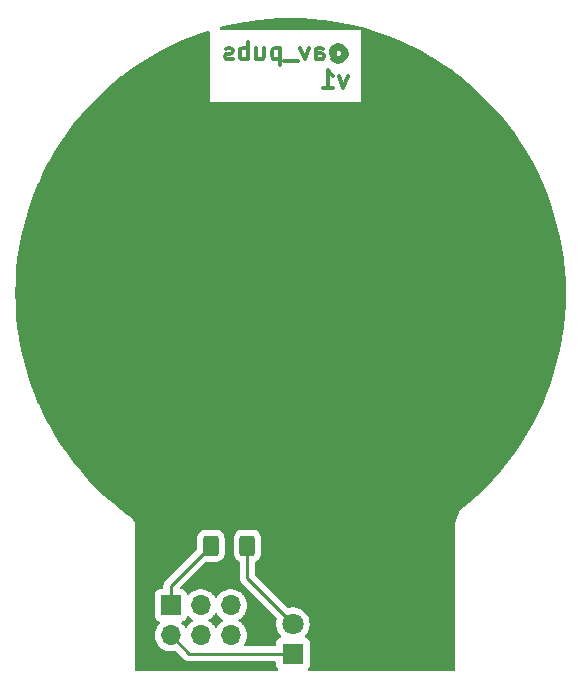
<source format=gbr>
G04 #@! TF.GenerationSoftware,KiCad,Pcbnew,(6.99.0-2452-gdb4f2d9dd8)*
G04 #@! TF.CreationDate,2022-08-02T13:39:31-05:00*
G04 #@! TF.ProjectId,RB,52422e6b-6963-4616-945f-706362585858,rev?*
G04 #@! TF.SameCoordinates,Original*
G04 #@! TF.FileFunction,Copper,L2,Bot*
G04 #@! TF.FilePolarity,Positive*
%FSLAX46Y46*%
G04 Gerber Fmt 4.6, Leading zero omitted, Abs format (unit mm)*
G04 Created by KiCad (PCBNEW (6.99.0-2452-gdb4f2d9dd8)) date 2022-08-02 13:39:31*
%MOMM*%
%LPD*%
G01*
G04 APERTURE LIST*
G04 Aperture macros list*
%AMRoundRect*
0 Rectangle with rounded corners*
0 $1 Rounding radius*
0 $2 $3 $4 $5 $6 $7 $8 $9 X,Y pos of 4 corners*
0 Add a 4 corners polygon primitive as box body*
4,1,4,$2,$3,$4,$5,$6,$7,$8,$9,$2,$3,0*
0 Add four circle primitives for the rounded corners*
1,1,$1+$1,$2,$3*
1,1,$1+$1,$4,$5*
1,1,$1+$1,$6,$7*
1,1,$1+$1,$8,$9*
0 Add four rect primitives between the rounded corners*
20,1,$1+$1,$2,$3,$4,$5,0*
20,1,$1+$1,$4,$5,$6,$7,0*
20,1,$1+$1,$6,$7,$8,$9,0*
20,1,$1+$1,$8,$9,$2,$3,0*%
G04 Aperture macros list end*
%ADD10C,0.300000*%
G04 #@! TA.AperFunction,NonConductor*
%ADD11C,0.300000*%
G04 #@! TD*
G04 #@! TA.AperFunction,ComponentPad*
%ADD12R,1.800000X1.800000*%
G04 #@! TD*
G04 #@! TA.AperFunction,ComponentPad*
%ADD13C,1.800000*%
G04 #@! TD*
G04 #@! TA.AperFunction,ComponentPad*
%ADD14R,1.700000X1.700000*%
G04 #@! TD*
G04 #@! TA.AperFunction,ComponentPad*
%ADD15O,1.700000X1.700000*%
G04 #@! TD*
G04 #@! TA.AperFunction,SMDPad,CuDef*
%ADD16RoundRect,0.250000X0.400000X0.625000X-0.400000X0.625000X-0.400000X-0.625000X0.400000X-0.625000X0*%
G04 #@! TD*
G04 #@! TA.AperFunction,Conductor*
%ADD17C,0.250000*%
G04 #@! TD*
G04 APERTURE END LIST*
D10*
D11*
X210754285Y-59199285D02*
X210825714Y-59127857D01*
X210825714Y-59127857D02*
X210968571Y-59056428D01*
X210968571Y-59056428D02*
X211111428Y-59056428D01*
X211111428Y-59056428D02*
X211254285Y-59127857D01*
X211254285Y-59127857D02*
X211325714Y-59199285D01*
X211325714Y-59199285D02*
X211397142Y-59342142D01*
X211397142Y-59342142D02*
X211397142Y-59485000D01*
X211397142Y-59485000D02*
X211325714Y-59627857D01*
X211325714Y-59627857D02*
X211254285Y-59699285D01*
X211254285Y-59699285D02*
X211111428Y-59770714D01*
X211111428Y-59770714D02*
X210968571Y-59770714D01*
X210968571Y-59770714D02*
X210825714Y-59699285D01*
X210825714Y-59699285D02*
X210754285Y-59627857D01*
X210754285Y-59056428D02*
X210754285Y-59627857D01*
X210754285Y-59627857D02*
X210682857Y-59699285D01*
X210682857Y-59699285D02*
X210611428Y-59699285D01*
X210611428Y-59699285D02*
X210468571Y-59627857D01*
X210468571Y-59627857D02*
X210397142Y-59485000D01*
X210397142Y-59485000D02*
X210397142Y-59127857D01*
X210397142Y-59127857D02*
X210540000Y-58913571D01*
X210540000Y-58913571D02*
X210754285Y-58770714D01*
X210754285Y-58770714D02*
X211040000Y-58699285D01*
X211040000Y-58699285D02*
X211325714Y-58770714D01*
X211325714Y-58770714D02*
X211540000Y-58913571D01*
X211540000Y-58913571D02*
X211682857Y-59127857D01*
X211682857Y-59127857D02*
X211754285Y-59413571D01*
X211754285Y-59413571D02*
X211682857Y-59699285D01*
X211682857Y-59699285D02*
X211540000Y-59913571D01*
X211540000Y-59913571D02*
X211325714Y-60056428D01*
X211325714Y-60056428D02*
X211040000Y-60127857D01*
X211040000Y-60127857D02*
X210754285Y-60056428D01*
X210754285Y-60056428D02*
X210540000Y-59913571D01*
X209111429Y-59913571D02*
X209111429Y-59127857D01*
X209111429Y-59127857D02*
X209182857Y-58985000D01*
X209182857Y-58985000D02*
X209325714Y-58913571D01*
X209325714Y-58913571D02*
X209611429Y-58913571D01*
X209611429Y-58913571D02*
X209754286Y-58985000D01*
X209111429Y-59842142D02*
X209254286Y-59913571D01*
X209254286Y-59913571D02*
X209611429Y-59913571D01*
X209611429Y-59913571D02*
X209754286Y-59842142D01*
X209754286Y-59842142D02*
X209825714Y-59699285D01*
X209825714Y-59699285D02*
X209825714Y-59556428D01*
X209825714Y-59556428D02*
X209754286Y-59413571D01*
X209754286Y-59413571D02*
X209611429Y-59342142D01*
X209611429Y-59342142D02*
X209254286Y-59342142D01*
X209254286Y-59342142D02*
X209111429Y-59270714D01*
X208540000Y-58913571D02*
X208182857Y-59913571D01*
X208182857Y-59913571D02*
X207825714Y-58913571D01*
X207611429Y-60056428D02*
X206468571Y-60056428D01*
X206111429Y-58913571D02*
X206111429Y-60413571D01*
X206111429Y-58985000D02*
X205968572Y-58913571D01*
X205968572Y-58913571D02*
X205682857Y-58913571D01*
X205682857Y-58913571D02*
X205540000Y-58985000D01*
X205540000Y-58985000D02*
X205468572Y-59056428D01*
X205468572Y-59056428D02*
X205397143Y-59199285D01*
X205397143Y-59199285D02*
X205397143Y-59627857D01*
X205397143Y-59627857D02*
X205468572Y-59770714D01*
X205468572Y-59770714D02*
X205540000Y-59842142D01*
X205540000Y-59842142D02*
X205682857Y-59913571D01*
X205682857Y-59913571D02*
X205968572Y-59913571D01*
X205968572Y-59913571D02*
X206111429Y-59842142D01*
X204111429Y-58913571D02*
X204111429Y-59913571D01*
X204754286Y-58913571D02*
X204754286Y-59699285D01*
X204754286Y-59699285D02*
X204682857Y-59842142D01*
X204682857Y-59842142D02*
X204540000Y-59913571D01*
X204540000Y-59913571D02*
X204325714Y-59913571D01*
X204325714Y-59913571D02*
X204182857Y-59842142D01*
X204182857Y-59842142D02*
X204111429Y-59770714D01*
X203397143Y-59913571D02*
X203397143Y-58413571D01*
X203397143Y-58985000D02*
X203254286Y-58913571D01*
X203254286Y-58913571D02*
X202968571Y-58913571D01*
X202968571Y-58913571D02*
X202825714Y-58985000D01*
X202825714Y-58985000D02*
X202754286Y-59056428D01*
X202754286Y-59056428D02*
X202682857Y-59199285D01*
X202682857Y-59199285D02*
X202682857Y-59627857D01*
X202682857Y-59627857D02*
X202754286Y-59770714D01*
X202754286Y-59770714D02*
X202825714Y-59842142D01*
X202825714Y-59842142D02*
X202968571Y-59913571D01*
X202968571Y-59913571D02*
X203254286Y-59913571D01*
X203254286Y-59913571D02*
X203397143Y-59842142D01*
X202111428Y-59842142D02*
X201968571Y-59913571D01*
X201968571Y-59913571D02*
X201682857Y-59913571D01*
X201682857Y-59913571D02*
X201540000Y-59842142D01*
X201540000Y-59842142D02*
X201468571Y-59699285D01*
X201468571Y-59699285D02*
X201468571Y-59627857D01*
X201468571Y-59627857D02*
X201540000Y-59485000D01*
X201540000Y-59485000D02*
X201682857Y-59413571D01*
X201682857Y-59413571D02*
X201897143Y-59413571D01*
X201897143Y-59413571D02*
X202040000Y-59342142D01*
X202040000Y-59342142D02*
X202111428Y-59199285D01*
X202111428Y-59199285D02*
X202111428Y-59127857D01*
X202111428Y-59127857D02*
X202040000Y-58985000D01*
X202040000Y-58985000D02*
X201897143Y-58913571D01*
X201897143Y-58913571D02*
X201682857Y-58913571D01*
X201682857Y-58913571D02*
X201540000Y-58985000D01*
X211825714Y-61343571D02*
X211468571Y-62343571D01*
X211468571Y-62343571D02*
X211111428Y-61343571D01*
X209754285Y-62343571D02*
X210611428Y-62343571D01*
X210182857Y-62343571D02*
X210182857Y-60843571D01*
X210182857Y-60843571D02*
X210325714Y-61057857D01*
X210325714Y-61057857D02*
X210468571Y-61200714D01*
X210468571Y-61200714D02*
X210611428Y-61272142D01*
D12*
X207199999Y-110239999D03*
D13*
X207200000Y-107700000D03*
D14*
X196859999Y-106129999D03*
D15*
X196859999Y-108669999D03*
X199399999Y-106129999D03*
X199399999Y-108669999D03*
X201939999Y-106129999D03*
X201939999Y-108669999D03*
D16*
X203350000Y-101100000D03*
X200250000Y-101100000D03*
D17*
X207200000Y-110240000D02*
X198430000Y-110240000D01*
X198430000Y-110240000D02*
X196860000Y-108670000D01*
X203350000Y-103850000D02*
X207200000Y-107700000D01*
X203350000Y-101100000D02*
X203350000Y-103850000D01*
X196860000Y-104490000D02*
X200250000Y-101100000D01*
X196860000Y-106130000D02*
X196860000Y-104490000D01*
G04 #@! TA.AperFunction,NonConductor*
G36*
X198383439Y-107041388D02*
G01*
X198415755Y-107066638D01*
X198436526Y-107089201D01*
X198476760Y-107132906D01*
X198480879Y-107136112D01*
X198649289Y-107267192D01*
X198654424Y-107271189D01*
X198659005Y-107273668D01*
X198687680Y-107289186D01*
X198738071Y-107339199D01*
X198753423Y-107408516D01*
X198728863Y-107475129D01*
X198687681Y-107510813D01*
X198654424Y-107528811D01*
X198650313Y-107532010D01*
X198650311Y-107532012D01*
X198495861Y-107652227D01*
X198476760Y-107667094D01*
X198446468Y-107700000D01*
X198327806Y-107828899D01*
X198327803Y-107828903D01*
X198324278Y-107832732D01*
X198321427Y-107837096D01*
X198235483Y-107968643D01*
X198181479Y-108014732D01*
X198111132Y-108024307D01*
X198046774Y-107994330D01*
X198024517Y-107968643D01*
X197938573Y-107837096D01*
X197935722Y-107832732D01*
X197932197Y-107828903D01*
X197932194Y-107828899D01*
X197792525Y-107677180D01*
X197761104Y-107613515D01*
X197769091Y-107542969D01*
X197813949Y-107487940D01*
X197841191Y-107473787D01*
X197956204Y-107430889D01*
X197968536Y-107421658D01*
X198066050Y-107348659D01*
X198073261Y-107343261D01*
X198130206Y-107267192D01*
X198155489Y-107233418D01*
X198155490Y-107233416D01*
X198160889Y-107226204D01*
X198204998Y-107107944D01*
X198247545Y-107051108D01*
X198314065Y-107026297D01*
X198383439Y-107041388D01*
G37*
G04 #@! TD.AperFunction*
G04 #@! TA.AperFunction,NonConductor*
G36*
X200753226Y-106805670D02*
G01*
X200775483Y-106831357D01*
X200864278Y-106967268D01*
X200867803Y-106971097D01*
X200867806Y-106971101D01*
X200923967Y-107032107D01*
X201016760Y-107132906D01*
X201020879Y-107136112D01*
X201189289Y-107267192D01*
X201194424Y-107271189D01*
X201199005Y-107273668D01*
X201227680Y-107289186D01*
X201278071Y-107339199D01*
X201293423Y-107408516D01*
X201268863Y-107475129D01*
X201227681Y-107510813D01*
X201194424Y-107528811D01*
X201190313Y-107532010D01*
X201190311Y-107532012D01*
X201035861Y-107652227D01*
X201016760Y-107667094D01*
X200986468Y-107700000D01*
X200867806Y-107828899D01*
X200867803Y-107828903D01*
X200864278Y-107832732D01*
X200861427Y-107837096D01*
X200775483Y-107968643D01*
X200721479Y-108014732D01*
X200651132Y-108024307D01*
X200586774Y-107994330D01*
X200564517Y-107968643D01*
X200478573Y-107837096D01*
X200475722Y-107832732D01*
X200472197Y-107828903D01*
X200472194Y-107828899D01*
X200353532Y-107700000D01*
X200323240Y-107667094D01*
X200304139Y-107652227D01*
X200149689Y-107532012D01*
X200149687Y-107532010D01*
X200145576Y-107528811D01*
X200112320Y-107510814D01*
X200061929Y-107460801D01*
X200046577Y-107391484D01*
X200071137Y-107324871D01*
X200112320Y-107289186D01*
X200140995Y-107273668D01*
X200145576Y-107271189D01*
X200150712Y-107267192D01*
X200319121Y-107136112D01*
X200323240Y-107132906D01*
X200416033Y-107032107D01*
X200472194Y-106971101D01*
X200472197Y-106971097D01*
X200475722Y-106967268D01*
X200564517Y-106831357D01*
X200618521Y-106785268D01*
X200688868Y-106775693D01*
X200753226Y-106805670D01*
G37*
G04 #@! TD.AperFunction*
G04 #@! TA.AperFunction,NonConductor*
G36*
X207636119Y-56408672D02*
G01*
X207960523Y-56415378D01*
X207965717Y-56415593D01*
X208922025Y-56474964D01*
X208927177Y-56475390D01*
X209644171Y-56549752D01*
X209880209Y-56574232D01*
X209885377Y-56574876D01*
X210294646Y-56634505D01*
X210833522Y-56713016D01*
X210838644Y-56713872D01*
X211780227Y-56891069D01*
X211785303Y-56892133D01*
X212718801Y-57108100D01*
X212723837Y-57109375D01*
X212904140Y-57159021D01*
X212964507Y-57196389D01*
X212967284Y-57202208D01*
X212987630Y-57192917D01*
X213039005Y-57196156D01*
X213647608Y-57363733D01*
X213652561Y-57365207D01*
X214015083Y-57481343D01*
X214565025Y-57657520D01*
X214569951Y-57659211D01*
X215469546Y-57988979D01*
X215474398Y-57990872D01*
X215903635Y-58168667D01*
X216359607Y-58357537D01*
X216364336Y-58359611D01*
X217233681Y-58762567D01*
X217238325Y-58764838D01*
X218090189Y-59203329D01*
X218094770Y-59205807D01*
X218927813Y-59679142D01*
X218932281Y-59681804D01*
X219745072Y-60189172D01*
X219749429Y-60192019D01*
X220540556Y-60732542D01*
X220544766Y-60735548D01*
X221073462Y-61129777D01*
X221312866Y-61308291D01*
X221316976Y-61311490D01*
X222060780Y-61915509D01*
X222064705Y-61918833D01*
X222782925Y-62553086D01*
X222786729Y-62556588D01*
X223478090Y-63219947D01*
X223481773Y-63223630D01*
X224145134Y-63914993D01*
X224148661Y-63918825D01*
X224782856Y-64636979D01*
X224786222Y-64640953D01*
X225390221Y-65384732D01*
X225393420Y-65388842D01*
X225966151Y-66156924D01*
X225969177Y-66161162D01*
X226509687Y-66952271D01*
X226512536Y-66956631D01*
X227019901Y-67769416D01*
X227022564Y-67773884D01*
X227495913Y-68606950D01*
X227498391Y-68611531D01*
X227936874Y-69463377D01*
X227939153Y-69468038D01*
X228342109Y-70337384D01*
X228344183Y-70342113D01*
X228533053Y-70798085D01*
X228710848Y-71227322D01*
X228712741Y-71232174D01*
X229042509Y-72131769D01*
X229044200Y-72136695D01*
X229336509Y-73049146D01*
X229337989Y-73054118D01*
X229592344Y-73977881D01*
X229593623Y-73982930D01*
X229809585Y-74916406D01*
X229810653Y-74921503D01*
X229987847Y-75863069D01*
X229988705Y-75868206D01*
X230126842Y-76816319D01*
X230127486Y-76821487D01*
X230151792Y-77055847D01*
X230226328Y-77774523D01*
X230226328Y-77774525D01*
X230226756Y-77779697D01*
X230226758Y-77779714D01*
X230226758Y-77779716D01*
X230286127Y-78735998D01*
X230286342Y-78741201D01*
X230306144Y-79699116D01*
X230306144Y-79704324D01*
X230286342Y-80662239D01*
X230286127Y-80667442D01*
X230226758Y-81623722D01*
X230226328Y-81628913D01*
X230127486Y-82581953D01*
X230126842Y-82587121D01*
X229988705Y-83535234D01*
X229987847Y-83540371D01*
X229810653Y-84481937D01*
X229809585Y-84487034D01*
X229593623Y-85420510D01*
X229592346Y-85425552D01*
X229592343Y-85425564D01*
X229337995Y-86349303D01*
X229336509Y-86354294D01*
X229044200Y-87266745D01*
X229042509Y-87271671D01*
X228712741Y-88171266D01*
X228710848Y-88176118D01*
X228344183Y-89061327D01*
X228342109Y-89066056D01*
X227939162Y-89935384D01*
X227939162Y-89935385D01*
X227936874Y-89940063D01*
X227498391Y-90791909D01*
X227495914Y-90796488D01*
X227022577Y-91629533D01*
X227022567Y-91629550D01*
X227019901Y-91634024D01*
X226512536Y-92446809D01*
X226509687Y-92451169D01*
X225969177Y-93242278D01*
X225966151Y-93246516D01*
X225393420Y-94014598D01*
X225390221Y-94018708D01*
X224786222Y-94762487D01*
X224782856Y-94766461D01*
X224148661Y-95484615D01*
X224145134Y-95488447D01*
X223481773Y-96179810D01*
X223478090Y-96183493D01*
X222786729Y-96846852D01*
X222782925Y-96850354D01*
X222064705Y-97484607D01*
X222060780Y-97487931D01*
X221718258Y-97766082D01*
X221322468Y-98087490D01*
X221322467Y-98087491D01*
X221315085Y-98093486D01*
X221315046Y-98093487D01*
X221314928Y-98093613D01*
X221314878Y-98093654D01*
X221314861Y-98093685D01*
X221314837Y-98093711D01*
X221314815Y-98093770D01*
X221314731Y-98093924D01*
X221314743Y-98093963D01*
X220899534Y-99199819D01*
X220899500Y-99199901D01*
X220899500Y-99199909D01*
X220899497Y-99199917D01*
X220899500Y-99200009D01*
X220899500Y-111573500D01*
X220879498Y-111641621D01*
X220825842Y-111688114D01*
X220773500Y-111699500D01*
X208568074Y-111699500D01*
X208499953Y-111679498D01*
X208453460Y-111625842D01*
X208443356Y-111555568D01*
X208467206Y-111497991D01*
X208545489Y-111393417D01*
X208550889Y-111386204D01*
X208601989Y-111249201D01*
X208608500Y-111188638D01*
X208608500Y-109291362D01*
X208601989Y-109230799D01*
X208550889Y-109093796D01*
X208463261Y-108976739D01*
X208346204Y-108889111D01*
X208337762Y-108885962D01*
X208337758Y-108885960D01*
X208278826Y-108863979D01*
X208221991Y-108821433D01*
X208197180Y-108754912D01*
X208212272Y-108685538D01*
X208230156Y-108660589D01*
X208271651Y-108615513D01*
X208311786Y-108571916D01*
X208311789Y-108571912D01*
X208315314Y-108568083D01*
X208346824Y-108519853D01*
X208440132Y-108377035D01*
X208440134Y-108377031D01*
X208442984Y-108372669D01*
X208508808Y-108222606D01*
X208534656Y-108163679D01*
X208534657Y-108163677D01*
X208536749Y-108158907D01*
X208570835Y-108024307D01*
X208592770Y-107937685D01*
X208592770Y-107937684D01*
X208594051Y-107932626D01*
X208602329Y-107832732D01*
X208612897Y-107705189D01*
X208613327Y-107700000D01*
X208599142Y-107528811D01*
X208594482Y-107472570D01*
X208594481Y-107472565D01*
X208594051Y-107467374D01*
X208592770Y-107462315D01*
X208538029Y-107246146D01*
X208538027Y-107246141D01*
X208536749Y-107241093D01*
X208533383Y-107233418D01*
X208445079Y-107032107D01*
X208442984Y-107027331D01*
X208315314Y-106831917D01*
X208311789Y-106828088D01*
X208311786Y-106828084D01*
X208160752Y-106664019D01*
X208157220Y-106660182D01*
X208153108Y-106656981D01*
X208153102Y-106656976D01*
X207977130Y-106520011D01*
X207977128Y-106520009D01*
X207973017Y-106516810D01*
X207767727Y-106405713D01*
X207546951Y-106329920D01*
X207541817Y-106329063D01*
X207541812Y-106329062D01*
X207321849Y-106292357D01*
X207321846Y-106292357D01*
X207316712Y-106291500D01*
X207083288Y-106291500D01*
X207078154Y-106292357D01*
X207078151Y-106292357D01*
X206858188Y-106329062D01*
X206858183Y-106329063D01*
X206853049Y-106329920D01*
X206832731Y-106336895D01*
X206761808Y-106340097D01*
X206702723Y-106306818D01*
X204020405Y-103624500D01*
X203986379Y-103562188D01*
X203983500Y-103535405D01*
X203983500Y-102537671D01*
X204003502Y-102469550D01*
X204057158Y-102423057D01*
X204062365Y-102421012D01*
X204065772Y-102419423D01*
X204072738Y-102417115D01*
X204223652Y-102324030D01*
X204349030Y-102198652D01*
X204442115Y-102047738D01*
X204497887Y-101879426D01*
X204508500Y-101775545D01*
X204508499Y-100424456D01*
X204497887Y-100320574D01*
X204442115Y-100152262D01*
X204349030Y-100001348D01*
X204223652Y-99875970D01*
X204072738Y-99782885D01*
X204009193Y-99761829D01*
X203910952Y-99729275D01*
X203910948Y-99729274D01*
X203904426Y-99727113D01*
X203897592Y-99726415D01*
X203897588Y-99726414D01*
X203803729Y-99716825D01*
X203803723Y-99716825D01*
X203800545Y-99716500D01*
X203350071Y-99716500D01*
X202899456Y-99716501D01*
X202896279Y-99716826D01*
X202896270Y-99716826D01*
X202847533Y-99721805D01*
X202795574Y-99727113D01*
X202627262Y-99782885D01*
X202476348Y-99875970D01*
X202350970Y-100001348D01*
X202257885Y-100152262D01*
X202202113Y-100320574D01*
X202191500Y-100424455D01*
X202191501Y-101775544D01*
X202202113Y-101879426D01*
X202257885Y-102047738D01*
X202350970Y-102198652D01*
X202476348Y-102324030D01*
X202627262Y-102417115D01*
X202634226Y-102419423D01*
X202640879Y-102422525D01*
X202639828Y-102424779D01*
X202688504Y-102458480D01*
X202715760Y-102524036D01*
X202716500Y-102537671D01*
X202716500Y-103771233D01*
X202715973Y-103782416D01*
X202714298Y-103789909D01*
X202714547Y-103797835D01*
X202714547Y-103797836D01*
X202716438Y-103857986D01*
X202716500Y-103861945D01*
X202716500Y-103889856D01*
X202716997Y-103893790D01*
X202716997Y-103893791D01*
X202717005Y-103893856D01*
X202717938Y-103905693D01*
X202719327Y-103949889D01*
X202724978Y-103969339D01*
X202728987Y-103988700D01*
X202731526Y-104008797D01*
X202734445Y-104016168D01*
X202734445Y-104016170D01*
X202747804Y-104049912D01*
X202751649Y-104061142D01*
X202757839Y-104082449D01*
X202763982Y-104103593D01*
X202768015Y-104110412D01*
X202768017Y-104110417D01*
X202774293Y-104121028D01*
X202782988Y-104138776D01*
X202790448Y-104157617D01*
X202795110Y-104164033D01*
X202795110Y-104164034D01*
X202816436Y-104193387D01*
X202822952Y-104203307D01*
X202845458Y-104241362D01*
X202859779Y-104255683D01*
X202872619Y-104270716D01*
X202884528Y-104287107D01*
X202890634Y-104292158D01*
X202918605Y-104315298D01*
X202927384Y-104323288D01*
X205808976Y-107204880D01*
X205843002Y-107267192D01*
X205842026Y-107324906D01*
X205805949Y-107467374D01*
X205786673Y-107700000D01*
X205787103Y-107705189D01*
X205797672Y-107832732D01*
X205805949Y-107932626D01*
X205807230Y-107937684D01*
X205807230Y-107937685D01*
X205829166Y-108024307D01*
X205863251Y-108158907D01*
X205865343Y-108163677D01*
X205865344Y-108163679D01*
X205891192Y-108222606D01*
X205957016Y-108372669D01*
X205959866Y-108377031D01*
X205959868Y-108377035D01*
X206053176Y-108519853D01*
X206084686Y-108568083D01*
X206088211Y-108571912D01*
X206088214Y-108571916D01*
X206128349Y-108615513D01*
X206169843Y-108660587D01*
X206201263Y-108724251D01*
X206193276Y-108794797D01*
X206148418Y-108849826D01*
X206121174Y-108863979D01*
X206062242Y-108885960D01*
X206062238Y-108885962D01*
X206053796Y-108889111D01*
X205936739Y-108976739D01*
X205849111Y-109093796D01*
X205798011Y-109230799D01*
X205791500Y-109291362D01*
X205791500Y-109480500D01*
X205771498Y-109548621D01*
X205717842Y-109595114D01*
X205665500Y-109606500D01*
X203183718Y-109606500D01*
X203115597Y-109586498D01*
X203069104Y-109532842D01*
X203059000Y-109462568D01*
X203078235Y-109411585D01*
X203136008Y-109323157D01*
X203136010Y-109323153D01*
X203138860Y-109318791D01*
X203150892Y-109291362D01*
X203227200Y-109117394D01*
X203229296Y-109112616D01*
X203284564Y-108894368D01*
X203287083Y-108863979D01*
X203302726Y-108675189D01*
X203303156Y-108670000D01*
X203301976Y-108655763D01*
X203284995Y-108450828D01*
X203284994Y-108450823D01*
X203284564Y-108445632D01*
X203229296Y-108227384D01*
X203138860Y-108021209D01*
X203134629Y-108014732D01*
X203018573Y-107837096D01*
X203015722Y-107832732D01*
X203012197Y-107828903D01*
X203012194Y-107828899D01*
X202893532Y-107700000D01*
X202863240Y-107667094D01*
X202844139Y-107652227D01*
X202689689Y-107532012D01*
X202689687Y-107532010D01*
X202685576Y-107528811D01*
X202652320Y-107510814D01*
X202601929Y-107460801D01*
X202586577Y-107391484D01*
X202611137Y-107324871D01*
X202652320Y-107289186D01*
X202680995Y-107273668D01*
X202685576Y-107271189D01*
X202690712Y-107267192D01*
X202859121Y-107136112D01*
X202863240Y-107132906D01*
X202956033Y-107032107D01*
X203012194Y-106971101D01*
X203012197Y-106971097D01*
X203015722Y-106967268D01*
X203104517Y-106831357D01*
X203136008Y-106783157D01*
X203136010Y-106783153D01*
X203138860Y-106778791D01*
X203229296Y-106572616D01*
X203242618Y-106520011D01*
X203283283Y-106359427D01*
X203283283Y-106359426D01*
X203284564Y-106354368D01*
X203288505Y-106306818D01*
X203302726Y-106135189D01*
X203303156Y-106130000D01*
X203284564Y-105905632D01*
X203229296Y-105687384D01*
X203138860Y-105481209D01*
X203134629Y-105474732D01*
X203018573Y-105297096D01*
X203015722Y-105292732D01*
X203012197Y-105288903D01*
X203012194Y-105288899D01*
X202866772Y-105130931D01*
X202863240Y-105127094D01*
X202685576Y-104988811D01*
X202487574Y-104881658D01*
X202274635Y-104808556D01*
X202269501Y-104807699D01*
X202269496Y-104807698D01*
X202057706Y-104772357D01*
X202057704Y-104772357D01*
X202052569Y-104771500D01*
X201827431Y-104771500D01*
X201822296Y-104772357D01*
X201822294Y-104772357D01*
X201610504Y-104807698D01*
X201610499Y-104807699D01*
X201605365Y-104808556D01*
X201392426Y-104881658D01*
X201194424Y-104988811D01*
X201016760Y-105127094D01*
X201013228Y-105130931D01*
X200867806Y-105288899D01*
X200867803Y-105288903D01*
X200864278Y-105292732D01*
X200861427Y-105297096D01*
X200775483Y-105428643D01*
X200721479Y-105474732D01*
X200651132Y-105484307D01*
X200586774Y-105454330D01*
X200564517Y-105428643D01*
X200478573Y-105297096D01*
X200475722Y-105292732D01*
X200472197Y-105288903D01*
X200472194Y-105288899D01*
X200326772Y-105130931D01*
X200323240Y-105127094D01*
X200145576Y-104988811D01*
X199947574Y-104881658D01*
X199734635Y-104808556D01*
X199729501Y-104807699D01*
X199729496Y-104807698D01*
X199517706Y-104772357D01*
X199517704Y-104772357D01*
X199512569Y-104771500D01*
X199287431Y-104771500D01*
X199282296Y-104772357D01*
X199282294Y-104772357D01*
X199070504Y-104807698D01*
X199070499Y-104807699D01*
X199065365Y-104808556D01*
X198852426Y-104881658D01*
X198654424Y-104988811D01*
X198476760Y-105127094D01*
X198473228Y-105130931D01*
X198415755Y-105193362D01*
X198354901Y-105229933D01*
X198283937Y-105227798D01*
X198225392Y-105187636D01*
X198204998Y-105152056D01*
X198164038Y-105042239D01*
X198164037Y-105042237D01*
X198160889Y-105033796D01*
X198073261Y-104916739D01*
X197956204Y-104829111D01*
X197819201Y-104778011D01*
X197763843Y-104772060D01*
X197698252Y-104744892D01*
X197657760Y-104686574D01*
X197655226Y-104615622D01*
X197688217Y-104557687D01*
X198658310Y-103587595D01*
X199725500Y-102520405D01*
X199787812Y-102486379D01*
X199814595Y-102483500D01*
X200543077Y-102483499D01*
X200700544Y-102483499D01*
X200703721Y-102483174D01*
X200703730Y-102483174D01*
X200752467Y-102478195D01*
X200804426Y-102472887D01*
X200972738Y-102417115D01*
X201123652Y-102324030D01*
X201249030Y-102198652D01*
X201342115Y-102047738D01*
X201397887Y-101879426D01*
X201408500Y-101775545D01*
X201408499Y-100424456D01*
X201397887Y-100320574D01*
X201342115Y-100152262D01*
X201249030Y-100001348D01*
X201123652Y-99875970D01*
X200972738Y-99782885D01*
X200909193Y-99761829D01*
X200810952Y-99729275D01*
X200810948Y-99729274D01*
X200804426Y-99727113D01*
X200797592Y-99726415D01*
X200797588Y-99726414D01*
X200703729Y-99716825D01*
X200703723Y-99716825D01*
X200700545Y-99716500D01*
X200250071Y-99716500D01*
X199799456Y-99716501D01*
X199796279Y-99716826D01*
X199796270Y-99716826D01*
X199747533Y-99721805D01*
X199695574Y-99727113D01*
X199527262Y-99782885D01*
X199376348Y-99875970D01*
X199250970Y-100001348D01*
X199157885Y-100152262D01*
X199102113Y-100320574D01*
X199091500Y-100424455D01*
X199091500Y-100427660D01*
X199091501Y-101310405D01*
X199071499Y-101378526D01*
X199054596Y-101399500D01*
X196467747Y-103986348D01*
X196459461Y-103993888D01*
X196452982Y-103998000D01*
X196447557Y-104003777D01*
X196406357Y-104047651D01*
X196403602Y-104050493D01*
X196383865Y-104070230D01*
X196381385Y-104073427D01*
X196373682Y-104082447D01*
X196343414Y-104114679D01*
X196339595Y-104121625D01*
X196339593Y-104121628D01*
X196333652Y-104132434D01*
X196322801Y-104148953D01*
X196310386Y-104164959D01*
X196307241Y-104172228D01*
X196307238Y-104172232D01*
X196292826Y-104205537D01*
X196287609Y-104216187D01*
X196266305Y-104254940D01*
X196264334Y-104262615D01*
X196264334Y-104262616D01*
X196261267Y-104274562D01*
X196254863Y-104293266D01*
X196246819Y-104311855D01*
X196245580Y-104319678D01*
X196245577Y-104319688D01*
X196239901Y-104355524D01*
X196237495Y-104367144D01*
X196226500Y-104409970D01*
X196226500Y-104430224D01*
X196224949Y-104449934D01*
X196221780Y-104469943D01*
X196222526Y-104477835D01*
X196225941Y-104513961D01*
X196226500Y-104525819D01*
X196226500Y-104645500D01*
X196206498Y-104713621D01*
X196152842Y-104760114D01*
X196100500Y-104771500D01*
X195961362Y-104771500D01*
X195958015Y-104771860D01*
X195958012Y-104771860D01*
X195937705Y-104774043D01*
X195900799Y-104778011D01*
X195763796Y-104829111D01*
X195646739Y-104916739D01*
X195559111Y-105033796D01*
X195508011Y-105170799D01*
X195501500Y-105231362D01*
X195501500Y-107028638D01*
X195508011Y-107089201D01*
X195559111Y-107226204D01*
X195564510Y-107233416D01*
X195564511Y-107233418D01*
X195589794Y-107267192D01*
X195646739Y-107343261D01*
X195653950Y-107348659D01*
X195751465Y-107421658D01*
X195763796Y-107430889D01*
X195878808Y-107473787D01*
X195935642Y-107516333D01*
X195960453Y-107582853D01*
X195945361Y-107652227D01*
X195927475Y-107677180D01*
X195787806Y-107828899D01*
X195787803Y-107828903D01*
X195784278Y-107832732D01*
X195781427Y-107837096D01*
X195665372Y-108014732D01*
X195661140Y-108021209D01*
X195570704Y-108227384D01*
X195515436Y-108445632D01*
X195515006Y-108450823D01*
X195515005Y-108450828D01*
X195498024Y-108655763D01*
X195496844Y-108670000D01*
X195497274Y-108675189D01*
X195512918Y-108863979D01*
X195515436Y-108894368D01*
X195570704Y-109112616D01*
X195572800Y-109117394D01*
X195649109Y-109291362D01*
X195661140Y-109318791D01*
X195784278Y-109507268D01*
X195787803Y-109511097D01*
X195787806Y-109511101D01*
X195822346Y-109548621D01*
X195936760Y-109672906D01*
X196114424Y-109811189D01*
X196312426Y-109918342D01*
X196525365Y-109991444D01*
X196530499Y-109992301D01*
X196530504Y-109992302D01*
X196742294Y-110027643D01*
X196742296Y-110027643D01*
X196747431Y-110028500D01*
X196972569Y-110028500D01*
X196977704Y-110027643D01*
X196977706Y-110027643D01*
X197189501Y-109992301D01*
X197189504Y-109992300D01*
X197194635Y-109991444D01*
X197197924Y-109990315D01*
X197268364Y-109992965D01*
X197317442Y-110023346D01*
X197926343Y-110632247D01*
X197933887Y-110640537D01*
X197938000Y-110647018D01*
X197943777Y-110652443D01*
X197987667Y-110693658D01*
X197990509Y-110696413D01*
X198010230Y-110716134D01*
X198013425Y-110718612D01*
X198022447Y-110726318D01*
X198054679Y-110756586D01*
X198061628Y-110760406D01*
X198072432Y-110766346D01*
X198088956Y-110777199D01*
X198104959Y-110789613D01*
X198145543Y-110807176D01*
X198156173Y-110812383D01*
X198194940Y-110833695D01*
X198202617Y-110835666D01*
X198202622Y-110835668D01*
X198214558Y-110838732D01*
X198233266Y-110845137D01*
X198251855Y-110853181D01*
X198259683Y-110854421D01*
X198259690Y-110854423D01*
X198295524Y-110860099D01*
X198307144Y-110862505D01*
X198342289Y-110871528D01*
X198349970Y-110873500D01*
X198370224Y-110873500D01*
X198389934Y-110875051D01*
X198409943Y-110878220D01*
X198417835Y-110877474D01*
X198453961Y-110874059D01*
X198465819Y-110873500D01*
X205665500Y-110873500D01*
X205733621Y-110893502D01*
X205780114Y-110947158D01*
X205791500Y-110999500D01*
X205791500Y-111188638D01*
X205798011Y-111249201D01*
X205849111Y-111386204D01*
X205854511Y-111393417D01*
X205932794Y-111497991D01*
X205957605Y-111564511D01*
X205942514Y-111633885D01*
X205892312Y-111684087D01*
X205831926Y-111699500D01*
X193926500Y-111699500D01*
X193858379Y-111679498D01*
X193811886Y-111625842D01*
X193800500Y-111573500D01*
X193800500Y-99200157D01*
X193800530Y-99200114D01*
X193800500Y-99199952D01*
X193800500Y-99199901D01*
X193800483Y-99199859D01*
X193800474Y-99199812D01*
X193800445Y-99199767D01*
X193800383Y-99199617D01*
X193800335Y-99199597D01*
X193793957Y-99189738D01*
X193793956Y-99189736D01*
X193466104Y-98682970D01*
X193466103Y-98682969D01*
X193457434Y-98669569D01*
X193457396Y-98669505D01*
X193457390Y-98669501D01*
X193457384Y-98669491D01*
X193457285Y-98669423D01*
X193174150Y-98458300D01*
X192687122Y-98095140D01*
X192683012Y-98091941D01*
X192460413Y-97911176D01*
X191939221Y-97487931D01*
X191935259Y-97484576D01*
X191217105Y-96850381D01*
X191213273Y-96846854D01*
X190521910Y-96183493D01*
X190518227Y-96179810D01*
X189854868Y-95488449D01*
X189851366Y-95484645D01*
X189217113Y-94766425D01*
X189213778Y-94762487D01*
X188609770Y-94018696D01*
X188606571Y-94014586D01*
X188033838Y-93246500D01*
X188030812Y-93242262D01*
X187490301Y-92451152D01*
X187487452Y-92446792D01*
X186980088Y-91634007D01*
X186977422Y-91629533D01*
X186504087Y-90796490D01*
X186501609Y-90791909D01*
X186063126Y-89940062D01*
X186060847Y-89935401D01*
X185657891Y-89066056D01*
X185655817Y-89061327D01*
X185289152Y-88176118D01*
X185287259Y-88171266D01*
X184957491Y-87271671D01*
X184955800Y-87266745D01*
X184663493Y-86354300D01*
X184663492Y-86354294D01*
X184663487Y-86354281D01*
X184662007Y-86349309D01*
X184662006Y-86349303D01*
X184407655Y-85425557D01*
X184406378Y-85420515D01*
X184190415Y-84487034D01*
X184189347Y-84481937D01*
X184012153Y-83540371D01*
X184011295Y-83535234D01*
X183873156Y-82587097D01*
X183872512Y-82581929D01*
X183773672Y-81628913D01*
X183773242Y-81623722D01*
X183713873Y-80667442D01*
X183713658Y-80662239D01*
X183693856Y-79704324D01*
X183693856Y-79699116D01*
X183713658Y-78741201D01*
X183713873Y-78735998D01*
X183773242Y-77779714D01*
X183773672Y-77774523D01*
X183872512Y-76821511D01*
X183873156Y-76816343D01*
X184011295Y-75868206D01*
X184012153Y-75863069D01*
X184189347Y-74921503D01*
X184190415Y-74916406D01*
X184406378Y-73982925D01*
X184407657Y-73977876D01*
X184662013Y-73054112D01*
X184663487Y-73049159D01*
X184955800Y-72136695D01*
X184957491Y-72131769D01*
X185287259Y-71232174D01*
X185289152Y-71227322D01*
X185466947Y-70798085D01*
X185655817Y-70342113D01*
X185657891Y-70337384D01*
X186060847Y-69468039D01*
X186063126Y-69463378D01*
X186501609Y-68611531D01*
X186504087Y-68606950D01*
X186977422Y-67773907D01*
X186980088Y-67769433D01*
X187487452Y-66956648D01*
X187490301Y-66952288D01*
X188030812Y-66161178D01*
X188033838Y-66156940D01*
X188606571Y-65388854D01*
X188609770Y-65384744D01*
X189213778Y-64640953D01*
X189217113Y-64637015D01*
X189851366Y-63918795D01*
X189854868Y-63914991D01*
X190518227Y-63223630D01*
X190521910Y-63219947D01*
X191213273Y-62556586D01*
X191217105Y-62553059D01*
X191935259Y-61918864D01*
X191939221Y-61915509D01*
X192683012Y-61311499D01*
X192687122Y-61308300D01*
X192927734Y-61128885D01*
X193455219Y-60735558D01*
X193459428Y-60732553D01*
X194250569Y-60192021D01*
X194254911Y-60189184D01*
X195067696Y-59681819D01*
X195072170Y-59679153D01*
X195072190Y-59679142D01*
X195905232Y-59205806D01*
X195909811Y-59203329D01*
X196761674Y-58764838D01*
X196766318Y-58762567D01*
X197635664Y-58359611D01*
X197640393Y-58357537D01*
X198096365Y-58168667D01*
X198525602Y-57990872D01*
X198530454Y-57988979D01*
X199430049Y-57659211D01*
X199434975Y-57657520D01*
X199984917Y-57481343D01*
X200055892Y-57479609D01*
X200116538Y-57516522D01*
X200147599Y-57580364D01*
X200149357Y-57601336D01*
X200149357Y-63553500D01*
X212923500Y-63553500D01*
X212923500Y-57406500D01*
X212918181Y-57406500D01*
X212917526Y-57404270D01*
X212911096Y-57394264D01*
X212870691Y-57406500D01*
X201129310Y-57406500D01*
X201061189Y-57386498D01*
X201014696Y-57332842D01*
X201004592Y-57262568D01*
X201034086Y-57197988D01*
X201095861Y-57159021D01*
X201276168Y-57109374D01*
X201281206Y-57108098D01*
X202214697Y-56892133D01*
X202219773Y-56891069D01*
X203161356Y-56713872D01*
X203166478Y-56713016D01*
X203707224Y-56634231D01*
X204114599Y-56574878D01*
X204119767Y-56574234D01*
X204354127Y-56549928D01*
X205072824Y-56475390D01*
X205077977Y-56474964D01*
X206034283Y-56415593D01*
X206039477Y-56415378D01*
X206363881Y-56408672D01*
X206997396Y-56395576D01*
X207002604Y-56395576D01*
X207636119Y-56408672D01*
G37*
G04 #@! TD.AperFunction*
M02*

</source>
